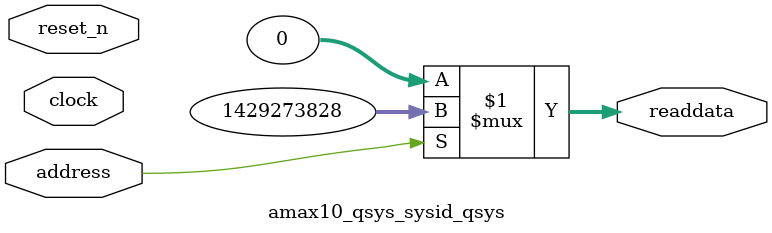
<source format=v>

`timescale 1ns / 1ps
// synthesis translate_on

// turn off superfluous verilog processor warnings 
// altera message_level Level1 
// altera message_off 10034 10035 10036 10037 10230 10240 10030 

module amax10_qsys_sysid_qsys (
               // inputs:
                address,
                clock,
                reset_n,

               // outputs:
                readdata
             )
;

  output  [ 31: 0] readdata;
  input            address;
  input            clock;
  input            reset_n;

  wire    [ 31: 0] readdata;
  //control_slave, which is an e_avalon_slave
  assign readdata = address ? 1429273828 : 0;

endmodule




</source>
